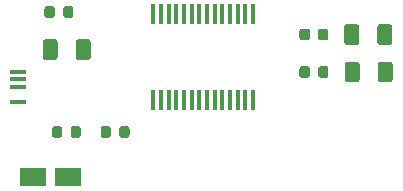
<source format=gbr>
G04 #@! TF.GenerationSoftware,KiCad,Pcbnew,(5.0.1)-3*
G04 #@! TF.CreationDate,2019-07-12T23:00:33+01:00*
G04 #@! TF.ProjectId,UsbToSerial,557362546F53657269616C2E6B696361,rev?*
G04 #@! TF.SameCoordinates,Original*
G04 #@! TF.FileFunction,Paste,Top*
G04 #@! TF.FilePolarity,Positive*
%FSLAX46Y46*%
G04 Gerber Fmt 4.6, Leading zero omitted, Abs format (unit mm)*
G04 Created by KiCad (PCBNEW (5.0.1)-3) date 12/07/2019 23:00:33*
%MOMM*%
%LPD*%
G01*
G04 APERTURE LIST*
%ADD10R,1.400000X0.400000*%
%ADD11C,0.100000*%
%ADD12C,0.875000*%
%ADD13R,2.200000X1.600000*%
%ADD14C,1.250000*%
%ADD15R,0.450000X1.750000*%
G04 APERTURE END LIST*
D10*
G04 #@! TO.C,J1*
X80825000Y-80630000D03*
X80825000Y-79980000D03*
X80825000Y-82580000D03*
X80825000Y-81280000D03*
G04 #@! TD*
D11*
G04 #@! TO.C,C1*
G36*
X84390191Y-84616053D02*
X84411426Y-84619203D01*
X84432250Y-84624419D01*
X84452462Y-84631651D01*
X84471868Y-84640830D01*
X84490281Y-84651866D01*
X84507524Y-84664654D01*
X84523430Y-84679070D01*
X84537846Y-84694976D01*
X84550634Y-84712219D01*
X84561670Y-84730632D01*
X84570849Y-84750038D01*
X84578081Y-84770250D01*
X84583297Y-84791074D01*
X84586447Y-84812309D01*
X84587500Y-84833750D01*
X84587500Y-85346250D01*
X84586447Y-85367691D01*
X84583297Y-85388926D01*
X84578081Y-85409750D01*
X84570849Y-85429962D01*
X84561670Y-85449368D01*
X84550634Y-85467781D01*
X84537846Y-85485024D01*
X84523430Y-85500930D01*
X84507524Y-85515346D01*
X84490281Y-85528134D01*
X84471868Y-85539170D01*
X84452462Y-85548349D01*
X84432250Y-85555581D01*
X84411426Y-85560797D01*
X84390191Y-85563947D01*
X84368750Y-85565000D01*
X83931250Y-85565000D01*
X83909809Y-85563947D01*
X83888574Y-85560797D01*
X83867750Y-85555581D01*
X83847538Y-85548349D01*
X83828132Y-85539170D01*
X83809719Y-85528134D01*
X83792476Y-85515346D01*
X83776570Y-85500930D01*
X83762154Y-85485024D01*
X83749366Y-85467781D01*
X83738330Y-85449368D01*
X83729151Y-85429962D01*
X83721919Y-85409750D01*
X83716703Y-85388926D01*
X83713553Y-85367691D01*
X83712500Y-85346250D01*
X83712500Y-84833750D01*
X83713553Y-84812309D01*
X83716703Y-84791074D01*
X83721919Y-84770250D01*
X83729151Y-84750038D01*
X83738330Y-84730632D01*
X83749366Y-84712219D01*
X83762154Y-84694976D01*
X83776570Y-84679070D01*
X83792476Y-84664654D01*
X83809719Y-84651866D01*
X83828132Y-84640830D01*
X83847538Y-84631651D01*
X83867750Y-84624419D01*
X83888574Y-84619203D01*
X83909809Y-84616053D01*
X83931250Y-84615000D01*
X84368750Y-84615000D01*
X84390191Y-84616053D01*
X84390191Y-84616053D01*
G37*
D12*
X84150000Y-85090000D03*
D11*
G36*
X85965191Y-84616053D02*
X85986426Y-84619203D01*
X86007250Y-84624419D01*
X86027462Y-84631651D01*
X86046868Y-84640830D01*
X86065281Y-84651866D01*
X86082524Y-84664654D01*
X86098430Y-84679070D01*
X86112846Y-84694976D01*
X86125634Y-84712219D01*
X86136670Y-84730632D01*
X86145849Y-84750038D01*
X86153081Y-84770250D01*
X86158297Y-84791074D01*
X86161447Y-84812309D01*
X86162500Y-84833750D01*
X86162500Y-85346250D01*
X86161447Y-85367691D01*
X86158297Y-85388926D01*
X86153081Y-85409750D01*
X86145849Y-85429962D01*
X86136670Y-85449368D01*
X86125634Y-85467781D01*
X86112846Y-85485024D01*
X86098430Y-85500930D01*
X86082524Y-85515346D01*
X86065281Y-85528134D01*
X86046868Y-85539170D01*
X86027462Y-85548349D01*
X86007250Y-85555581D01*
X85986426Y-85560797D01*
X85965191Y-85563947D01*
X85943750Y-85565000D01*
X85506250Y-85565000D01*
X85484809Y-85563947D01*
X85463574Y-85560797D01*
X85442750Y-85555581D01*
X85422538Y-85548349D01*
X85403132Y-85539170D01*
X85384719Y-85528134D01*
X85367476Y-85515346D01*
X85351570Y-85500930D01*
X85337154Y-85485024D01*
X85324366Y-85467781D01*
X85313330Y-85449368D01*
X85304151Y-85429962D01*
X85296919Y-85409750D01*
X85291703Y-85388926D01*
X85288553Y-85367691D01*
X85287500Y-85346250D01*
X85287500Y-84833750D01*
X85288553Y-84812309D01*
X85291703Y-84791074D01*
X85296919Y-84770250D01*
X85304151Y-84750038D01*
X85313330Y-84730632D01*
X85324366Y-84712219D01*
X85337154Y-84694976D01*
X85351570Y-84679070D01*
X85367476Y-84664654D01*
X85384719Y-84651866D01*
X85403132Y-84640830D01*
X85422538Y-84631651D01*
X85442750Y-84624419D01*
X85463574Y-84619203D01*
X85484809Y-84616053D01*
X85506250Y-84615000D01*
X85943750Y-84615000D01*
X85965191Y-84616053D01*
X85965191Y-84616053D01*
G37*
D12*
X85725000Y-85090000D03*
G04 #@! TD*
D11*
G04 #@! TO.C,C2*
G36*
X90080191Y-84616053D02*
X90101426Y-84619203D01*
X90122250Y-84624419D01*
X90142462Y-84631651D01*
X90161868Y-84640830D01*
X90180281Y-84651866D01*
X90197524Y-84664654D01*
X90213430Y-84679070D01*
X90227846Y-84694976D01*
X90240634Y-84712219D01*
X90251670Y-84730632D01*
X90260849Y-84750038D01*
X90268081Y-84770250D01*
X90273297Y-84791074D01*
X90276447Y-84812309D01*
X90277500Y-84833750D01*
X90277500Y-85346250D01*
X90276447Y-85367691D01*
X90273297Y-85388926D01*
X90268081Y-85409750D01*
X90260849Y-85429962D01*
X90251670Y-85449368D01*
X90240634Y-85467781D01*
X90227846Y-85485024D01*
X90213430Y-85500930D01*
X90197524Y-85515346D01*
X90180281Y-85528134D01*
X90161868Y-85539170D01*
X90142462Y-85548349D01*
X90122250Y-85555581D01*
X90101426Y-85560797D01*
X90080191Y-85563947D01*
X90058750Y-85565000D01*
X89621250Y-85565000D01*
X89599809Y-85563947D01*
X89578574Y-85560797D01*
X89557750Y-85555581D01*
X89537538Y-85548349D01*
X89518132Y-85539170D01*
X89499719Y-85528134D01*
X89482476Y-85515346D01*
X89466570Y-85500930D01*
X89452154Y-85485024D01*
X89439366Y-85467781D01*
X89428330Y-85449368D01*
X89419151Y-85429962D01*
X89411919Y-85409750D01*
X89406703Y-85388926D01*
X89403553Y-85367691D01*
X89402500Y-85346250D01*
X89402500Y-84833750D01*
X89403553Y-84812309D01*
X89406703Y-84791074D01*
X89411919Y-84770250D01*
X89419151Y-84750038D01*
X89428330Y-84730632D01*
X89439366Y-84712219D01*
X89452154Y-84694976D01*
X89466570Y-84679070D01*
X89482476Y-84664654D01*
X89499719Y-84651866D01*
X89518132Y-84640830D01*
X89537538Y-84631651D01*
X89557750Y-84624419D01*
X89578574Y-84619203D01*
X89599809Y-84616053D01*
X89621250Y-84615000D01*
X90058750Y-84615000D01*
X90080191Y-84616053D01*
X90080191Y-84616053D01*
G37*
D12*
X89840000Y-85090000D03*
D11*
G36*
X88505191Y-84616053D02*
X88526426Y-84619203D01*
X88547250Y-84624419D01*
X88567462Y-84631651D01*
X88586868Y-84640830D01*
X88605281Y-84651866D01*
X88622524Y-84664654D01*
X88638430Y-84679070D01*
X88652846Y-84694976D01*
X88665634Y-84712219D01*
X88676670Y-84730632D01*
X88685849Y-84750038D01*
X88693081Y-84770250D01*
X88698297Y-84791074D01*
X88701447Y-84812309D01*
X88702500Y-84833750D01*
X88702500Y-85346250D01*
X88701447Y-85367691D01*
X88698297Y-85388926D01*
X88693081Y-85409750D01*
X88685849Y-85429962D01*
X88676670Y-85449368D01*
X88665634Y-85467781D01*
X88652846Y-85485024D01*
X88638430Y-85500930D01*
X88622524Y-85515346D01*
X88605281Y-85528134D01*
X88586868Y-85539170D01*
X88567462Y-85548349D01*
X88547250Y-85555581D01*
X88526426Y-85560797D01*
X88505191Y-85563947D01*
X88483750Y-85565000D01*
X88046250Y-85565000D01*
X88024809Y-85563947D01*
X88003574Y-85560797D01*
X87982750Y-85555581D01*
X87962538Y-85548349D01*
X87943132Y-85539170D01*
X87924719Y-85528134D01*
X87907476Y-85515346D01*
X87891570Y-85500930D01*
X87877154Y-85485024D01*
X87864366Y-85467781D01*
X87853330Y-85449368D01*
X87844151Y-85429962D01*
X87836919Y-85409750D01*
X87831703Y-85388926D01*
X87828553Y-85367691D01*
X87827500Y-85346250D01*
X87827500Y-84833750D01*
X87828553Y-84812309D01*
X87831703Y-84791074D01*
X87836919Y-84770250D01*
X87844151Y-84750038D01*
X87853330Y-84730632D01*
X87864366Y-84712219D01*
X87877154Y-84694976D01*
X87891570Y-84679070D01*
X87907476Y-84664654D01*
X87924719Y-84651866D01*
X87943132Y-84640830D01*
X87962538Y-84631651D01*
X87982750Y-84624419D01*
X88003574Y-84619203D01*
X88024809Y-84616053D01*
X88046250Y-84615000D01*
X88483750Y-84615000D01*
X88505191Y-84616053D01*
X88505191Y-84616053D01*
G37*
D12*
X88265000Y-85090000D03*
G04 #@! TD*
D13*
G04 #@! TO.C,C3*
X82090000Y-88900000D03*
X85090000Y-88900000D03*
G04 #@! TD*
D11*
G04 #@! TO.C,D1*
G36*
X83959504Y-77231204D02*
X83983773Y-77234804D01*
X84007571Y-77240765D01*
X84030671Y-77249030D01*
X84052849Y-77259520D01*
X84073893Y-77272133D01*
X84093598Y-77286747D01*
X84111777Y-77303223D01*
X84128253Y-77321402D01*
X84142867Y-77341107D01*
X84155480Y-77362151D01*
X84165970Y-77384329D01*
X84174235Y-77407429D01*
X84180196Y-77431227D01*
X84183796Y-77455496D01*
X84185000Y-77480000D01*
X84185000Y-78730000D01*
X84183796Y-78754504D01*
X84180196Y-78778773D01*
X84174235Y-78802571D01*
X84165970Y-78825671D01*
X84155480Y-78847849D01*
X84142867Y-78868893D01*
X84128253Y-78888598D01*
X84111777Y-78906777D01*
X84093598Y-78923253D01*
X84073893Y-78937867D01*
X84052849Y-78950480D01*
X84030671Y-78960970D01*
X84007571Y-78969235D01*
X83983773Y-78975196D01*
X83959504Y-78978796D01*
X83935000Y-78980000D01*
X83185000Y-78980000D01*
X83160496Y-78978796D01*
X83136227Y-78975196D01*
X83112429Y-78969235D01*
X83089329Y-78960970D01*
X83067151Y-78950480D01*
X83046107Y-78937867D01*
X83026402Y-78923253D01*
X83008223Y-78906777D01*
X82991747Y-78888598D01*
X82977133Y-78868893D01*
X82964520Y-78847849D01*
X82954030Y-78825671D01*
X82945765Y-78802571D01*
X82939804Y-78778773D01*
X82936204Y-78754504D01*
X82935000Y-78730000D01*
X82935000Y-77480000D01*
X82936204Y-77455496D01*
X82939804Y-77431227D01*
X82945765Y-77407429D01*
X82954030Y-77384329D01*
X82964520Y-77362151D01*
X82977133Y-77341107D01*
X82991747Y-77321402D01*
X83008223Y-77303223D01*
X83026402Y-77286747D01*
X83046107Y-77272133D01*
X83067151Y-77259520D01*
X83089329Y-77249030D01*
X83112429Y-77240765D01*
X83136227Y-77234804D01*
X83160496Y-77231204D01*
X83185000Y-77230000D01*
X83935000Y-77230000D01*
X83959504Y-77231204D01*
X83959504Y-77231204D01*
G37*
D14*
X83560000Y-78105000D03*
D11*
G36*
X86759504Y-77231204D02*
X86783773Y-77234804D01*
X86807571Y-77240765D01*
X86830671Y-77249030D01*
X86852849Y-77259520D01*
X86873893Y-77272133D01*
X86893598Y-77286747D01*
X86911777Y-77303223D01*
X86928253Y-77321402D01*
X86942867Y-77341107D01*
X86955480Y-77362151D01*
X86965970Y-77384329D01*
X86974235Y-77407429D01*
X86980196Y-77431227D01*
X86983796Y-77455496D01*
X86985000Y-77480000D01*
X86985000Y-78730000D01*
X86983796Y-78754504D01*
X86980196Y-78778773D01*
X86974235Y-78802571D01*
X86965970Y-78825671D01*
X86955480Y-78847849D01*
X86942867Y-78868893D01*
X86928253Y-78888598D01*
X86911777Y-78906777D01*
X86893598Y-78923253D01*
X86873893Y-78937867D01*
X86852849Y-78950480D01*
X86830671Y-78960970D01*
X86807571Y-78969235D01*
X86783773Y-78975196D01*
X86759504Y-78978796D01*
X86735000Y-78980000D01*
X85985000Y-78980000D01*
X85960496Y-78978796D01*
X85936227Y-78975196D01*
X85912429Y-78969235D01*
X85889329Y-78960970D01*
X85867151Y-78950480D01*
X85846107Y-78937867D01*
X85826402Y-78923253D01*
X85808223Y-78906777D01*
X85791747Y-78888598D01*
X85777133Y-78868893D01*
X85764520Y-78847849D01*
X85754030Y-78825671D01*
X85745765Y-78802571D01*
X85739804Y-78778773D01*
X85736204Y-78754504D01*
X85735000Y-78730000D01*
X85735000Y-77480000D01*
X85736204Y-77455496D01*
X85739804Y-77431227D01*
X85745765Y-77407429D01*
X85754030Y-77384329D01*
X85764520Y-77362151D01*
X85777133Y-77341107D01*
X85791747Y-77321402D01*
X85808223Y-77303223D01*
X85826402Y-77286747D01*
X85846107Y-77272133D01*
X85867151Y-77259520D01*
X85889329Y-77249030D01*
X85912429Y-77240765D01*
X85936227Y-77234804D01*
X85960496Y-77231204D01*
X85985000Y-77230000D01*
X86735000Y-77230000D01*
X86759504Y-77231204D01*
X86759504Y-77231204D01*
G37*
D14*
X86360000Y-78105000D03*
G04 #@! TD*
D11*
G04 #@! TO.C,D2*
G36*
X109489504Y-75961204D02*
X109513773Y-75964804D01*
X109537571Y-75970765D01*
X109560671Y-75979030D01*
X109582849Y-75989520D01*
X109603893Y-76002133D01*
X109623598Y-76016747D01*
X109641777Y-76033223D01*
X109658253Y-76051402D01*
X109672867Y-76071107D01*
X109685480Y-76092151D01*
X109695970Y-76114329D01*
X109704235Y-76137429D01*
X109710196Y-76161227D01*
X109713796Y-76185496D01*
X109715000Y-76210000D01*
X109715000Y-77460000D01*
X109713796Y-77484504D01*
X109710196Y-77508773D01*
X109704235Y-77532571D01*
X109695970Y-77555671D01*
X109685480Y-77577849D01*
X109672867Y-77598893D01*
X109658253Y-77618598D01*
X109641777Y-77636777D01*
X109623598Y-77653253D01*
X109603893Y-77667867D01*
X109582849Y-77680480D01*
X109560671Y-77690970D01*
X109537571Y-77699235D01*
X109513773Y-77705196D01*
X109489504Y-77708796D01*
X109465000Y-77710000D01*
X108715000Y-77710000D01*
X108690496Y-77708796D01*
X108666227Y-77705196D01*
X108642429Y-77699235D01*
X108619329Y-77690970D01*
X108597151Y-77680480D01*
X108576107Y-77667867D01*
X108556402Y-77653253D01*
X108538223Y-77636777D01*
X108521747Y-77618598D01*
X108507133Y-77598893D01*
X108494520Y-77577849D01*
X108484030Y-77555671D01*
X108475765Y-77532571D01*
X108469804Y-77508773D01*
X108466204Y-77484504D01*
X108465000Y-77460000D01*
X108465000Y-76210000D01*
X108466204Y-76185496D01*
X108469804Y-76161227D01*
X108475765Y-76137429D01*
X108484030Y-76114329D01*
X108494520Y-76092151D01*
X108507133Y-76071107D01*
X108521747Y-76051402D01*
X108538223Y-76033223D01*
X108556402Y-76016747D01*
X108576107Y-76002133D01*
X108597151Y-75989520D01*
X108619329Y-75979030D01*
X108642429Y-75970765D01*
X108666227Y-75964804D01*
X108690496Y-75961204D01*
X108715000Y-75960000D01*
X109465000Y-75960000D01*
X109489504Y-75961204D01*
X109489504Y-75961204D01*
G37*
D14*
X109090000Y-76835000D03*
D11*
G36*
X112289504Y-75961204D02*
X112313773Y-75964804D01*
X112337571Y-75970765D01*
X112360671Y-75979030D01*
X112382849Y-75989520D01*
X112403893Y-76002133D01*
X112423598Y-76016747D01*
X112441777Y-76033223D01*
X112458253Y-76051402D01*
X112472867Y-76071107D01*
X112485480Y-76092151D01*
X112495970Y-76114329D01*
X112504235Y-76137429D01*
X112510196Y-76161227D01*
X112513796Y-76185496D01*
X112515000Y-76210000D01*
X112515000Y-77460000D01*
X112513796Y-77484504D01*
X112510196Y-77508773D01*
X112504235Y-77532571D01*
X112495970Y-77555671D01*
X112485480Y-77577849D01*
X112472867Y-77598893D01*
X112458253Y-77618598D01*
X112441777Y-77636777D01*
X112423598Y-77653253D01*
X112403893Y-77667867D01*
X112382849Y-77680480D01*
X112360671Y-77690970D01*
X112337571Y-77699235D01*
X112313773Y-77705196D01*
X112289504Y-77708796D01*
X112265000Y-77710000D01*
X111515000Y-77710000D01*
X111490496Y-77708796D01*
X111466227Y-77705196D01*
X111442429Y-77699235D01*
X111419329Y-77690970D01*
X111397151Y-77680480D01*
X111376107Y-77667867D01*
X111356402Y-77653253D01*
X111338223Y-77636777D01*
X111321747Y-77618598D01*
X111307133Y-77598893D01*
X111294520Y-77577849D01*
X111284030Y-77555671D01*
X111275765Y-77532571D01*
X111269804Y-77508773D01*
X111266204Y-77484504D01*
X111265000Y-77460000D01*
X111265000Y-76210000D01*
X111266204Y-76185496D01*
X111269804Y-76161227D01*
X111275765Y-76137429D01*
X111284030Y-76114329D01*
X111294520Y-76092151D01*
X111307133Y-76071107D01*
X111321747Y-76051402D01*
X111338223Y-76033223D01*
X111356402Y-76016747D01*
X111376107Y-76002133D01*
X111397151Y-75989520D01*
X111419329Y-75979030D01*
X111442429Y-75970765D01*
X111466227Y-75964804D01*
X111490496Y-75961204D01*
X111515000Y-75960000D01*
X112265000Y-75960000D01*
X112289504Y-75961204D01*
X112289504Y-75961204D01*
G37*
D14*
X111890000Y-76835000D03*
G04 #@! TD*
D11*
G04 #@! TO.C,D3*
G36*
X112329504Y-79136204D02*
X112353773Y-79139804D01*
X112377571Y-79145765D01*
X112400671Y-79154030D01*
X112422849Y-79164520D01*
X112443893Y-79177133D01*
X112463598Y-79191747D01*
X112481777Y-79208223D01*
X112498253Y-79226402D01*
X112512867Y-79246107D01*
X112525480Y-79267151D01*
X112535970Y-79289329D01*
X112544235Y-79312429D01*
X112550196Y-79336227D01*
X112553796Y-79360496D01*
X112555000Y-79385000D01*
X112555000Y-80635000D01*
X112553796Y-80659504D01*
X112550196Y-80683773D01*
X112544235Y-80707571D01*
X112535970Y-80730671D01*
X112525480Y-80752849D01*
X112512867Y-80773893D01*
X112498253Y-80793598D01*
X112481777Y-80811777D01*
X112463598Y-80828253D01*
X112443893Y-80842867D01*
X112422849Y-80855480D01*
X112400671Y-80865970D01*
X112377571Y-80874235D01*
X112353773Y-80880196D01*
X112329504Y-80883796D01*
X112305000Y-80885000D01*
X111555000Y-80885000D01*
X111530496Y-80883796D01*
X111506227Y-80880196D01*
X111482429Y-80874235D01*
X111459329Y-80865970D01*
X111437151Y-80855480D01*
X111416107Y-80842867D01*
X111396402Y-80828253D01*
X111378223Y-80811777D01*
X111361747Y-80793598D01*
X111347133Y-80773893D01*
X111334520Y-80752849D01*
X111324030Y-80730671D01*
X111315765Y-80707571D01*
X111309804Y-80683773D01*
X111306204Y-80659504D01*
X111305000Y-80635000D01*
X111305000Y-79385000D01*
X111306204Y-79360496D01*
X111309804Y-79336227D01*
X111315765Y-79312429D01*
X111324030Y-79289329D01*
X111334520Y-79267151D01*
X111347133Y-79246107D01*
X111361747Y-79226402D01*
X111378223Y-79208223D01*
X111396402Y-79191747D01*
X111416107Y-79177133D01*
X111437151Y-79164520D01*
X111459329Y-79154030D01*
X111482429Y-79145765D01*
X111506227Y-79139804D01*
X111530496Y-79136204D01*
X111555000Y-79135000D01*
X112305000Y-79135000D01*
X112329504Y-79136204D01*
X112329504Y-79136204D01*
G37*
D14*
X111930000Y-80010000D03*
D11*
G36*
X109529504Y-79136204D02*
X109553773Y-79139804D01*
X109577571Y-79145765D01*
X109600671Y-79154030D01*
X109622849Y-79164520D01*
X109643893Y-79177133D01*
X109663598Y-79191747D01*
X109681777Y-79208223D01*
X109698253Y-79226402D01*
X109712867Y-79246107D01*
X109725480Y-79267151D01*
X109735970Y-79289329D01*
X109744235Y-79312429D01*
X109750196Y-79336227D01*
X109753796Y-79360496D01*
X109755000Y-79385000D01*
X109755000Y-80635000D01*
X109753796Y-80659504D01*
X109750196Y-80683773D01*
X109744235Y-80707571D01*
X109735970Y-80730671D01*
X109725480Y-80752849D01*
X109712867Y-80773893D01*
X109698253Y-80793598D01*
X109681777Y-80811777D01*
X109663598Y-80828253D01*
X109643893Y-80842867D01*
X109622849Y-80855480D01*
X109600671Y-80865970D01*
X109577571Y-80874235D01*
X109553773Y-80880196D01*
X109529504Y-80883796D01*
X109505000Y-80885000D01*
X108755000Y-80885000D01*
X108730496Y-80883796D01*
X108706227Y-80880196D01*
X108682429Y-80874235D01*
X108659329Y-80865970D01*
X108637151Y-80855480D01*
X108616107Y-80842867D01*
X108596402Y-80828253D01*
X108578223Y-80811777D01*
X108561747Y-80793598D01*
X108547133Y-80773893D01*
X108534520Y-80752849D01*
X108524030Y-80730671D01*
X108515765Y-80707571D01*
X108509804Y-80683773D01*
X108506204Y-80659504D01*
X108505000Y-80635000D01*
X108505000Y-79385000D01*
X108506204Y-79360496D01*
X108509804Y-79336227D01*
X108515765Y-79312429D01*
X108524030Y-79289329D01*
X108534520Y-79267151D01*
X108547133Y-79246107D01*
X108561747Y-79226402D01*
X108578223Y-79208223D01*
X108596402Y-79191747D01*
X108616107Y-79177133D01*
X108637151Y-79164520D01*
X108659329Y-79154030D01*
X108682429Y-79145765D01*
X108706227Y-79139804D01*
X108730496Y-79136204D01*
X108755000Y-79135000D01*
X109505000Y-79135000D01*
X109529504Y-79136204D01*
X109529504Y-79136204D01*
G37*
D14*
X109130000Y-80010000D03*
G04 #@! TD*
D11*
G04 #@! TO.C,R1*
G36*
X106920191Y-79536053D02*
X106941426Y-79539203D01*
X106962250Y-79544419D01*
X106982462Y-79551651D01*
X107001868Y-79560830D01*
X107020281Y-79571866D01*
X107037524Y-79584654D01*
X107053430Y-79599070D01*
X107067846Y-79614976D01*
X107080634Y-79632219D01*
X107091670Y-79650632D01*
X107100849Y-79670038D01*
X107108081Y-79690250D01*
X107113297Y-79711074D01*
X107116447Y-79732309D01*
X107117500Y-79753750D01*
X107117500Y-80266250D01*
X107116447Y-80287691D01*
X107113297Y-80308926D01*
X107108081Y-80329750D01*
X107100849Y-80349962D01*
X107091670Y-80369368D01*
X107080634Y-80387781D01*
X107067846Y-80405024D01*
X107053430Y-80420930D01*
X107037524Y-80435346D01*
X107020281Y-80448134D01*
X107001868Y-80459170D01*
X106982462Y-80468349D01*
X106962250Y-80475581D01*
X106941426Y-80480797D01*
X106920191Y-80483947D01*
X106898750Y-80485000D01*
X106461250Y-80485000D01*
X106439809Y-80483947D01*
X106418574Y-80480797D01*
X106397750Y-80475581D01*
X106377538Y-80468349D01*
X106358132Y-80459170D01*
X106339719Y-80448134D01*
X106322476Y-80435346D01*
X106306570Y-80420930D01*
X106292154Y-80405024D01*
X106279366Y-80387781D01*
X106268330Y-80369368D01*
X106259151Y-80349962D01*
X106251919Y-80329750D01*
X106246703Y-80308926D01*
X106243553Y-80287691D01*
X106242500Y-80266250D01*
X106242500Y-79753750D01*
X106243553Y-79732309D01*
X106246703Y-79711074D01*
X106251919Y-79690250D01*
X106259151Y-79670038D01*
X106268330Y-79650632D01*
X106279366Y-79632219D01*
X106292154Y-79614976D01*
X106306570Y-79599070D01*
X106322476Y-79584654D01*
X106339719Y-79571866D01*
X106358132Y-79560830D01*
X106377538Y-79551651D01*
X106397750Y-79544419D01*
X106418574Y-79539203D01*
X106439809Y-79536053D01*
X106461250Y-79535000D01*
X106898750Y-79535000D01*
X106920191Y-79536053D01*
X106920191Y-79536053D01*
G37*
D12*
X106680000Y-80010000D03*
D11*
G36*
X105345191Y-79536053D02*
X105366426Y-79539203D01*
X105387250Y-79544419D01*
X105407462Y-79551651D01*
X105426868Y-79560830D01*
X105445281Y-79571866D01*
X105462524Y-79584654D01*
X105478430Y-79599070D01*
X105492846Y-79614976D01*
X105505634Y-79632219D01*
X105516670Y-79650632D01*
X105525849Y-79670038D01*
X105533081Y-79690250D01*
X105538297Y-79711074D01*
X105541447Y-79732309D01*
X105542500Y-79753750D01*
X105542500Y-80266250D01*
X105541447Y-80287691D01*
X105538297Y-80308926D01*
X105533081Y-80329750D01*
X105525849Y-80349962D01*
X105516670Y-80369368D01*
X105505634Y-80387781D01*
X105492846Y-80405024D01*
X105478430Y-80420930D01*
X105462524Y-80435346D01*
X105445281Y-80448134D01*
X105426868Y-80459170D01*
X105407462Y-80468349D01*
X105387250Y-80475581D01*
X105366426Y-80480797D01*
X105345191Y-80483947D01*
X105323750Y-80485000D01*
X104886250Y-80485000D01*
X104864809Y-80483947D01*
X104843574Y-80480797D01*
X104822750Y-80475581D01*
X104802538Y-80468349D01*
X104783132Y-80459170D01*
X104764719Y-80448134D01*
X104747476Y-80435346D01*
X104731570Y-80420930D01*
X104717154Y-80405024D01*
X104704366Y-80387781D01*
X104693330Y-80369368D01*
X104684151Y-80349962D01*
X104676919Y-80329750D01*
X104671703Y-80308926D01*
X104668553Y-80287691D01*
X104667500Y-80266250D01*
X104667500Y-79753750D01*
X104668553Y-79732309D01*
X104671703Y-79711074D01*
X104676919Y-79690250D01*
X104684151Y-79670038D01*
X104693330Y-79650632D01*
X104704366Y-79632219D01*
X104717154Y-79614976D01*
X104731570Y-79599070D01*
X104747476Y-79584654D01*
X104764719Y-79571866D01*
X104783132Y-79560830D01*
X104802538Y-79551651D01*
X104822750Y-79544419D01*
X104843574Y-79539203D01*
X104864809Y-79536053D01*
X104886250Y-79535000D01*
X105323750Y-79535000D01*
X105345191Y-79536053D01*
X105345191Y-79536053D01*
G37*
D12*
X105105000Y-80010000D03*
G04 #@! TD*
D11*
G04 #@! TO.C,R2*
G36*
X105345191Y-76361053D02*
X105366426Y-76364203D01*
X105387250Y-76369419D01*
X105407462Y-76376651D01*
X105426868Y-76385830D01*
X105445281Y-76396866D01*
X105462524Y-76409654D01*
X105478430Y-76424070D01*
X105492846Y-76439976D01*
X105505634Y-76457219D01*
X105516670Y-76475632D01*
X105525849Y-76495038D01*
X105533081Y-76515250D01*
X105538297Y-76536074D01*
X105541447Y-76557309D01*
X105542500Y-76578750D01*
X105542500Y-77091250D01*
X105541447Y-77112691D01*
X105538297Y-77133926D01*
X105533081Y-77154750D01*
X105525849Y-77174962D01*
X105516670Y-77194368D01*
X105505634Y-77212781D01*
X105492846Y-77230024D01*
X105478430Y-77245930D01*
X105462524Y-77260346D01*
X105445281Y-77273134D01*
X105426868Y-77284170D01*
X105407462Y-77293349D01*
X105387250Y-77300581D01*
X105366426Y-77305797D01*
X105345191Y-77308947D01*
X105323750Y-77310000D01*
X104886250Y-77310000D01*
X104864809Y-77308947D01*
X104843574Y-77305797D01*
X104822750Y-77300581D01*
X104802538Y-77293349D01*
X104783132Y-77284170D01*
X104764719Y-77273134D01*
X104747476Y-77260346D01*
X104731570Y-77245930D01*
X104717154Y-77230024D01*
X104704366Y-77212781D01*
X104693330Y-77194368D01*
X104684151Y-77174962D01*
X104676919Y-77154750D01*
X104671703Y-77133926D01*
X104668553Y-77112691D01*
X104667500Y-77091250D01*
X104667500Y-76578750D01*
X104668553Y-76557309D01*
X104671703Y-76536074D01*
X104676919Y-76515250D01*
X104684151Y-76495038D01*
X104693330Y-76475632D01*
X104704366Y-76457219D01*
X104717154Y-76439976D01*
X104731570Y-76424070D01*
X104747476Y-76409654D01*
X104764719Y-76396866D01*
X104783132Y-76385830D01*
X104802538Y-76376651D01*
X104822750Y-76369419D01*
X104843574Y-76364203D01*
X104864809Y-76361053D01*
X104886250Y-76360000D01*
X105323750Y-76360000D01*
X105345191Y-76361053D01*
X105345191Y-76361053D01*
G37*
D12*
X105105000Y-76835000D03*
D11*
G36*
X106920191Y-76361053D02*
X106941426Y-76364203D01*
X106962250Y-76369419D01*
X106982462Y-76376651D01*
X107001868Y-76385830D01*
X107020281Y-76396866D01*
X107037524Y-76409654D01*
X107053430Y-76424070D01*
X107067846Y-76439976D01*
X107080634Y-76457219D01*
X107091670Y-76475632D01*
X107100849Y-76495038D01*
X107108081Y-76515250D01*
X107113297Y-76536074D01*
X107116447Y-76557309D01*
X107117500Y-76578750D01*
X107117500Y-77091250D01*
X107116447Y-77112691D01*
X107113297Y-77133926D01*
X107108081Y-77154750D01*
X107100849Y-77174962D01*
X107091670Y-77194368D01*
X107080634Y-77212781D01*
X107067846Y-77230024D01*
X107053430Y-77245930D01*
X107037524Y-77260346D01*
X107020281Y-77273134D01*
X107001868Y-77284170D01*
X106982462Y-77293349D01*
X106962250Y-77300581D01*
X106941426Y-77305797D01*
X106920191Y-77308947D01*
X106898750Y-77310000D01*
X106461250Y-77310000D01*
X106439809Y-77308947D01*
X106418574Y-77305797D01*
X106397750Y-77300581D01*
X106377538Y-77293349D01*
X106358132Y-77284170D01*
X106339719Y-77273134D01*
X106322476Y-77260346D01*
X106306570Y-77245930D01*
X106292154Y-77230024D01*
X106279366Y-77212781D01*
X106268330Y-77194368D01*
X106259151Y-77174962D01*
X106251919Y-77154750D01*
X106246703Y-77133926D01*
X106243553Y-77112691D01*
X106242500Y-77091250D01*
X106242500Y-76578750D01*
X106243553Y-76557309D01*
X106246703Y-76536074D01*
X106251919Y-76515250D01*
X106259151Y-76495038D01*
X106268330Y-76475632D01*
X106279366Y-76457219D01*
X106292154Y-76439976D01*
X106306570Y-76424070D01*
X106322476Y-76409654D01*
X106339719Y-76396866D01*
X106358132Y-76385830D01*
X106377538Y-76376651D01*
X106397750Y-76369419D01*
X106418574Y-76364203D01*
X106439809Y-76361053D01*
X106461250Y-76360000D01*
X106898750Y-76360000D01*
X106920191Y-76361053D01*
X106920191Y-76361053D01*
G37*
D12*
X106680000Y-76835000D03*
G04 #@! TD*
D11*
G04 #@! TO.C,R3*
G36*
X83755191Y-74456053D02*
X83776426Y-74459203D01*
X83797250Y-74464419D01*
X83817462Y-74471651D01*
X83836868Y-74480830D01*
X83855281Y-74491866D01*
X83872524Y-74504654D01*
X83888430Y-74519070D01*
X83902846Y-74534976D01*
X83915634Y-74552219D01*
X83926670Y-74570632D01*
X83935849Y-74590038D01*
X83943081Y-74610250D01*
X83948297Y-74631074D01*
X83951447Y-74652309D01*
X83952500Y-74673750D01*
X83952500Y-75186250D01*
X83951447Y-75207691D01*
X83948297Y-75228926D01*
X83943081Y-75249750D01*
X83935849Y-75269962D01*
X83926670Y-75289368D01*
X83915634Y-75307781D01*
X83902846Y-75325024D01*
X83888430Y-75340930D01*
X83872524Y-75355346D01*
X83855281Y-75368134D01*
X83836868Y-75379170D01*
X83817462Y-75388349D01*
X83797250Y-75395581D01*
X83776426Y-75400797D01*
X83755191Y-75403947D01*
X83733750Y-75405000D01*
X83296250Y-75405000D01*
X83274809Y-75403947D01*
X83253574Y-75400797D01*
X83232750Y-75395581D01*
X83212538Y-75388349D01*
X83193132Y-75379170D01*
X83174719Y-75368134D01*
X83157476Y-75355346D01*
X83141570Y-75340930D01*
X83127154Y-75325024D01*
X83114366Y-75307781D01*
X83103330Y-75289368D01*
X83094151Y-75269962D01*
X83086919Y-75249750D01*
X83081703Y-75228926D01*
X83078553Y-75207691D01*
X83077500Y-75186250D01*
X83077500Y-74673750D01*
X83078553Y-74652309D01*
X83081703Y-74631074D01*
X83086919Y-74610250D01*
X83094151Y-74590038D01*
X83103330Y-74570632D01*
X83114366Y-74552219D01*
X83127154Y-74534976D01*
X83141570Y-74519070D01*
X83157476Y-74504654D01*
X83174719Y-74491866D01*
X83193132Y-74480830D01*
X83212538Y-74471651D01*
X83232750Y-74464419D01*
X83253574Y-74459203D01*
X83274809Y-74456053D01*
X83296250Y-74455000D01*
X83733750Y-74455000D01*
X83755191Y-74456053D01*
X83755191Y-74456053D01*
G37*
D12*
X83515000Y-74930000D03*
D11*
G36*
X85330191Y-74456053D02*
X85351426Y-74459203D01*
X85372250Y-74464419D01*
X85392462Y-74471651D01*
X85411868Y-74480830D01*
X85430281Y-74491866D01*
X85447524Y-74504654D01*
X85463430Y-74519070D01*
X85477846Y-74534976D01*
X85490634Y-74552219D01*
X85501670Y-74570632D01*
X85510849Y-74590038D01*
X85518081Y-74610250D01*
X85523297Y-74631074D01*
X85526447Y-74652309D01*
X85527500Y-74673750D01*
X85527500Y-75186250D01*
X85526447Y-75207691D01*
X85523297Y-75228926D01*
X85518081Y-75249750D01*
X85510849Y-75269962D01*
X85501670Y-75289368D01*
X85490634Y-75307781D01*
X85477846Y-75325024D01*
X85463430Y-75340930D01*
X85447524Y-75355346D01*
X85430281Y-75368134D01*
X85411868Y-75379170D01*
X85392462Y-75388349D01*
X85372250Y-75395581D01*
X85351426Y-75400797D01*
X85330191Y-75403947D01*
X85308750Y-75405000D01*
X84871250Y-75405000D01*
X84849809Y-75403947D01*
X84828574Y-75400797D01*
X84807750Y-75395581D01*
X84787538Y-75388349D01*
X84768132Y-75379170D01*
X84749719Y-75368134D01*
X84732476Y-75355346D01*
X84716570Y-75340930D01*
X84702154Y-75325024D01*
X84689366Y-75307781D01*
X84678330Y-75289368D01*
X84669151Y-75269962D01*
X84661919Y-75249750D01*
X84656703Y-75228926D01*
X84653553Y-75207691D01*
X84652500Y-75186250D01*
X84652500Y-74673750D01*
X84653553Y-74652309D01*
X84656703Y-74631074D01*
X84661919Y-74610250D01*
X84669151Y-74590038D01*
X84678330Y-74570632D01*
X84689366Y-74552219D01*
X84702154Y-74534976D01*
X84716570Y-74519070D01*
X84732476Y-74504654D01*
X84749719Y-74491866D01*
X84768132Y-74480830D01*
X84787538Y-74471651D01*
X84807750Y-74464419D01*
X84828574Y-74459203D01*
X84849809Y-74456053D01*
X84871250Y-74455000D01*
X85308750Y-74455000D01*
X85330191Y-74456053D01*
X85330191Y-74456053D01*
G37*
D12*
X85090000Y-74930000D03*
G04 #@! TD*
D15*
G04 #@! TO.C,U1*
X100745000Y-75140000D03*
X100095000Y-75140000D03*
X99445000Y-75140000D03*
X98795000Y-75140000D03*
X98145000Y-75140000D03*
X97495000Y-75140000D03*
X96845000Y-75140000D03*
X96195000Y-75140000D03*
X95545000Y-75140000D03*
X94895000Y-75140000D03*
X94245000Y-75140000D03*
X93595000Y-75140000D03*
X92945000Y-75140000D03*
X92295000Y-75140000D03*
X92295000Y-82340000D03*
X92945000Y-82340000D03*
X93595000Y-82340000D03*
X94245000Y-82340000D03*
X94895000Y-82340000D03*
X95545000Y-82340000D03*
X96195000Y-82340000D03*
X96845000Y-82340000D03*
X97495000Y-82340000D03*
X98145000Y-82340000D03*
X98795000Y-82340000D03*
X99445000Y-82340000D03*
X100095000Y-82340000D03*
X100745000Y-82340000D03*
G04 #@! TD*
M02*

</source>
